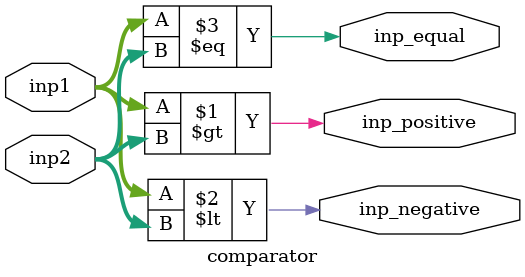
<source format=v>
module comparator( inp1, inp2, inp_positive, inp_negative,inp_equal);
	parameter N = 16;
	input signed [N-1:0]inp1, inp2;
	output  inp_positive, inp_negative,inp_equal;

	assign inp_positive = (inp1 > inp2); 
	assign inp_negative = (inp1 < inp2); 
	 
	assign inp_equal = (inp1 == inp2);
endmodule
</source>
